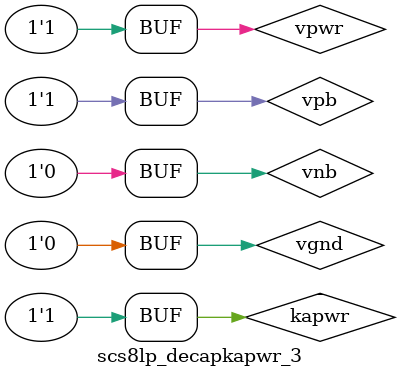
<source format=v>
`celldefine
`timescale 1ns / 1ps

module scs8lp_decapkapwr_3  (

`ifdef SC_USE_PG_PIN
input kapwr,
input vpwr,
input vgnd,
input vpb,
input vnb
`endif

);

`ifdef functional
`else
`ifdef SC_USE_PG_PIN
`else
supply1 kapwr;
supply1 vpwr;
supply0 vgnd;
supply1 vpb;
supply0 vnb;
`endif
`endif

endmodule
`endcelldefine

</source>
